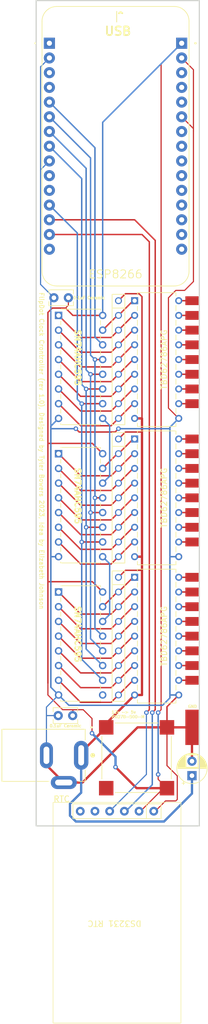
<source format=kicad_pcb>
(kicad_pcb (version 20221018) (generator pcbnew)
  (layers (0 "F.Cu" signal) (31 "B.Cu" signal) (34 "B.Paste" user) (35 "F.Paste" user) (36 "B.SilkS" user "B.Silkscreen") (37 "F.SilkS" user "F.Silkscreen") (38 "B.Mask" user) (39 "F.Mask" user) (44 "Edge.Cuts" user))
  (net 0 "")
  (footprint "" (layer "F.Cu") (at 148.844 96.9645)
    (fp_text reference "")
    (fp_text value "")
  )
  (footprint "" (layer "F.Cu") (at 148.844 115.7605)
    (fp_text reference "")
    (fp_text value "")
  )
  (footprint "Luminator:0.1uF Ceramic" (layer "F.Cu") (at 124.988 67.5005)
    (fp_text reference "REF**" hide)
    (fp_text value "0.1uF Ceramic")
  )
  (footprint "Capacitor_THT:CP_Radial_D5.0mm_P2.50mm" (layer "F.Cu") (at 148.844 150.0105 90)
    (fp_text reference "REF**" hide)
    (fp_text value "CP_Radial_D5.0mm_P2.50mm" hide)
  )
  (footprint "" (layer "F.Cu") (at 148.844 73.0885)
    (fp_text reference "")
    (fp_text value "")
  )
  (footprint "Luminator:2.25x1.5 PAD" (layer "F.Cu") (at 148.844 94.4245)
    (fp_text reference "REF**" hide)
    (fp_text value "2.25x1.5 PAD" hide)
  )
  (footprint "Luminator:2.25x6.1 PAD_1" (layer "F.Cu") (at 148.844 141.6685)
    (fp_text reference "REF**" hide)
    (fp_text value "2.25x6.1 PAD_1" hide)
  )
  (footprint "" (layer "F.Cu") (at 148.844 91.8845)
    (fp_text reference "")
    (fp_text value "")
  )
  (footprint "Luminator:SN74AHC595N" (layer "F.Cu") (at 129.6035 69.596)
    (fp_text reference "REF**" hide)
    (fp_text value "SN74AHC595N" hide)
  )
  (footprint "" (layer "F.Cu") (at 148.844 68.0085)
    (fp_text reference "")
    (fp_text value "")
  )
  (footprint "Luminator:ESP8266" (layer "F.Cu") (at 135.636 41.3385)
    (fp_text reference "REF**" hide)
    (fp_text value "ESP8266")
  )
  (footprint "Luminator:2.25x1.5 PAD" (layer "F.Cu") (at 148.844 118.3005)
    (fp_text reference "REF**" hide)
    (fp_text value "2.25x1.5 PAD" hide)
  )
  (footprint "Luminator:8x10 R Array" (layer "F.Cu") (at 136.144 68.0085)
    (fp_text reference "REF**" hide)
    (fp_text value "8x10k R Array" hide)
  )
  (footprint "Luminator:2.25x1.5 PAD" (layer "F.Cu") (at 148.844 80.7085)
    (fp_text reference "REF**" hide)
    (fp_text value "2.25x1.5 PAD" hide)
  )
  (footprint "Luminator:2.25x1.5 PAD" (layer "F.Cu") (at 148.844 128.4605)
    (fp_text reference "REF**" hide)
    (fp_text value "2.25x1.5 PAD" hide)
  )
  (footprint "" (layer "F.Cu") (at 148.844 120.8405)
    (fp_text reference "")
    (fp_text value "")
  )
  (footprint "Luminator:CUI_PJ-002A" (layer "F.Cu") (at 129.698 146.4945 180)
    (fp_text reference "REF**" hide)
    (fp_text value "CUI_PJ-002A" hide)
  )
  (footprint "Luminator:2.25x1.5 PAD" (layer "F.Cu") (at 148.844 109.6645)
    (fp_text reference "REF**" hide)
    (fp_text value "2.25x1.5 PAD" hide)
  )
  (footprint "Luminator:2.25x1.5 PAD" (layer "F.Cu") (at 148.844 99.5045)
    (fp_text reference "REF**" hide)
    (fp_text value "2.25x1.5 PAD" hide)
  )
  (footprint "" (layer "F.Cu") (at 148.844 125.9205)
    (fp_text reference "")
    (fp_text value "")
  )
  (footprint "" (layer "F.Cu") (at 148.844 85.7885)
    (fp_text reference "")
    (fp_text value "")
  )
  (footprint "" (layer "F.Cu") (at 148.844 102.0445)
    (fp_text reference "")
    (fp_text value "")
  )
  (footprint "Luminator:8x10 R Array" (layer "F.Cu") (at 136.144 115.7605)
    (fp_text reference "REF**" hide)
    (fp_text value "8x10k R Array" hide)
  )
  (footprint "Luminator:TBD62786APG" (layer "F.Cu") (at 138.938 115.7605)
    (fp_text reference "REF**" hide)
    (fp_text value "TBD62786APG")
  )
  (footprint "Luminator:2.25x1.5 PAD" (layer "F.Cu") (at 148.844 104.5845)
    (fp_text reference "REF**" hide)
    (fp_text value "2.25x1.5 PAD" hide)
  )
  (footprint "Luminator:SN74AHC595N" (layer "F.Cu") (at 129.6035 117.348)
    (fp_text reference "REF**" hide)
    (fp_text value "SN74AHC595N" hide)
  )
  (footprint "" (layer "F.Cu") (at 148.844 83.2485)
    (fp_text reference "")
    (fp_text value "")
  )
  (footprint "" (layer "F.Cu") (at 148.844 75.6285)
    (fp_text reference "")
    (fp_text value "")
  )
  (footprint "Luminator:2.25x1.5 PAD" (layer "F.Cu") (at 148.844 133.5405)
    (fp_text reference "REF**" hide)
    (fp_text value "2.25x1.5 PAD" hide)
  )
  (footprint "" (layer "F.Cu") (at 148.844 131.0005)
    (fp_text reference "")
    (fp_text value "")
  )
  (footprint "Luminator:DS3231 RTC" (layer "F.Cu") (at 135.89 156.1465 180)
    (fp_text reference "REF**" hide)
    (fp_text value "DS3231 RTC")
  )
  (footprint "Luminator:0.1uF Ceramic" (layer "F.Cu") (at 125.73 139.6365)
    (fp_text reference "REF**" hide)
    (fp_text value "0.1uF Ceramic")
  )
  (footprint "Luminator:SN74AHC595N" (layer "F.Cu") (at 129.6035 93.472)
    (fp_text reference "REF**" hide)
    (fp_text value "SN74AHC595N" hide)
  )
  (footprint "" (layer "F.Cu") (at 148.844 107.1245)
    (fp_text reference "")
    (fp_text value "")
  )
  (footprint "Luminator:TBD62786APG" (layer "F.Cu") (at 138.938 91.8845)
    (fp_text reference "REF**" hide)
    (fp_text value "TBD62786APG")
  )
  (footprint "" (layer "F.Cu") (at 148.844 78.1685)
    (fp_text reference "")
    (fp_text value "")
  )
  (footprint "Luminator:CONV_PXO7805-500-M-TR" (layer "F.Cu") (at 139.276 146.9185)
    (fp_text reference "REF**" hide)
    (fp_text value "CONV_PXO7805-500-M-TR" hide)
  )
  (footprint "Luminator:8x10 R Array" (layer "F.Cu") (at 136.144 91.8845)
    (fp_text reference "REF**" hide)
    (fp_text value "8x10k R Array" hide)
  )
  (footprint "Luminator:2.25x1.5 PAD" (layer "F.Cu") (at 148.844 70.5485)
    (fp_text reference "REF**" hide)
    (fp_text value "2.25x1.5 PAD" hide)
  )
  (footprint "Luminator:TBD62786APG" (layer "F.Cu") (at 138.938 68.0085)
    (fp_text reference "REF**" hide)
    (fp_text value "TBD62786APG")
  )
  (footprint "" (layer "F.Cu") (at 148.844 123.3805)
    (fp_text reference "")
    (fp_text value "")
  )
  (gr_line (start 135.8392 18.0594) (end 135.8392 19.8882) (stroke (width 0.15)) (layer "F.SilkS"))
  (gr_rect (start 121.92 16.1925) (end 150.114 158.6865) (stroke (width 0.2)) (fill none) (layer "Edge.Cuts"))
  (gr_text "12v -> 5v\nPXO78-500-M " (at 134.874 140.1445) (layer "F.SilkS") (effects (font (size 0.5 0.5) (thickness 0.125) bold) (justify left bottom)))
  (gr_text "SN74AHC595" (at 128.524 120.5865 270) (layer "F.SilkS") (effects (font (size 1 1) (thickness 0.25) bold) (justify left bottom)))
  (gr_text "GND" (at 148.082 138.3665) (layer "F.SilkS") (effects (font (size 0.5 0.5) (thickness 0.125)) (justify left bottom)))
  (gr_text "SN74AHC595" (at 128.524 72.8345 270) (layer "F.SilkS") (effects (font (size 1 1) (thickness 0.25) bold) (justify left bottom)))
  (gr_text "RTC" (at 124.841 154.6225) (layer "F.SilkS") (effects (font (size 1 1)) (justify left bottom)))
  (gr_text "SN74AHC595" (at 128.524 96.7105 270) (layer "F.SilkS") (effects (font (size 1 1) (thickness 0.25) bold) (justify left bottom)))
  (gr_text "FlipDot Clock Crontroller (rev 1.0), Designed by Tyler Bowers 2023, Idea by Elizabeth Johnson " (at 122.428 66.4845 270) (layer "F.SilkS") (effects (font (size 0.75 0.75)) (justify left bottom)))
  (gr_text "  ^\nUSB" (at 133.604 22.352) (layer "F.SilkS") (effects (font (size 1.5 1.5) (thickness 0.3) bold) (justify left bottom)))
  (segment (start 139.446 141.6685) (end 144.526 141.6685) (width 0.4) (layer "F.Cu") (net 0))
  (segment (start 138.684 102.0445) (end 138.938 102.0445) (width 0.25) (layer "F.Cu") (net 0))
  (segment (start 133.25475 78.1685) (end 132.08 78.1685) (width 0.25) (layer "F.Cu") (net 0))
  (segment (start 148.844 73.0885) (end 146.558 73.0885) (width 0.25) (layer "F.Cu") (net 0))
  (segment (start 134.874 132.2705) (end 136.144 131.0005) (width 0.25) (layer "F.Cu") (net 0))
  (segment (start 149.098 64.7065) (end 149.098 38.7985) (width 0.2) (layer "F.Cu") (net 0))
  (segment (start 129.92 151.1945) (end 139.446 141.6685) (width 0.4) (layer "F.Cu") (net 0))
  (segment (start 131.572 140.1445) (end 131.572 142.6845) (width 0.2) (layer "F.Cu") (net 0))
  (segment (start 129.6035 98.2345) (end 134.874 98.2345) (width 0.25) (layer "F.Cu") (net 0))
  (segment (start 138.684 107.1245) (end 138.938 107.1245) (width 0.25) (layer "F.Cu") (net 0))
  (segment (start 130.556 107.1245) (end 133.4135 107.1245) (width 0.25) (layer "F.Cu") (net 0))
  (segment (start 138.938 136.0805) (end 134.026 140.9925) (width 0.4) (layer "F.Cu") (net 0))
  (segment (start 129.6035 122.1105) (end 134.874 122.1105) (width 0.25) (layer "F.Cu") (net 0))
  (segment (start 148.844 96.9645) (end 146.558 96.9645) (width 0.25) (layer "F.Cu") (net 0))
  (segment (start 125.7935 96.9645) (end 129.6035 100.7745) (width 0.25) (layer "F.Cu") (net 0))
  (segment (start 125.7935 99.5045) (end 129.6035 103.3145) (width 0.25) (layer "F.Cu") (net 0))
  (segment (start 136.144 96.9645) (end 138.684 94.4245) (width 0.25) (layer "F.Cu") (net 0))
  (segment (start 125.7935 107.1245) (end 129.6035 110.9345) (width 0.25) (layer "F.Cu") (net 0))
  (segment (start 125.7935 104.5845) (end 129.6035 108.3945) (width 0.25) (layer "F.Cu") (net 0))
  (segment (start 123.952 136.0805) (end 126.492 138.6205) (width 0.2) (layer "F.Cu") (net 0))
  (segment (start 126.698 151.1945) (end 129.92 151.1945) (width 0.4) (layer "F.Cu") (net 0))
  (segment (start 148.844 94.4245) (end 146.558 94.4245) (width 0.25) (layer "F.Cu") (net 0))
  (segment (start 136.144 99.5045) (end 138.684 96.9645) (width 0.25) (layer "F.Cu") (net 0))
  (segment (start 134.874 81.9785) (end 136.144 80.7085) (width 0.25) (layer "F.Cu") (net 0))
  (segment (start 129.6035 105.8545) (end 134.874 105.8545) (width 0.25) (layer "F.Cu") (net 0))
  (segment (start 134.874 129.7305) (end 136.144 128.4605) (width 0.25) (layer "F.Cu") (net 0))
  (segment (start 123.952 116.5225) (end 123.952 134.0485) (width 0.25) (layer "F.Cu") (net 0))
  (segment (start 125.7935 128.4605) (end 129.6035 132.2705) (width 0.25) (layer "F.Cu") (net 0))
  (segment (start 148.844 118.3005) (end 146.558 118.3005) (width 0.25) (layer "F.Cu") (net 0))
  (segment (start 134.874 98.2345) (end 136.144 96.9645) (width 0.25) (layer "F.Cu") (net 0))
  (segment (start 133.4135 109.6645) (end 129.794 109.6645) (width 0.25) (layer "F.Cu") (net 0))
  (segment (start 136.144 120.8405) (end 138.684 118.3005) (width 0.25) (layer "F.Cu") (net 0))
  (segment (start 144.526 148.2725) (end 144.526 141.6685) (width 0.2) (layer "F.Cu") (net 0))
  (segment (start 136.144 78.1685) (end 138.684 75.6285) (width 0.25) (layer "F.Cu") (net 0))
  (segment (start 140.208 67.31) (end 140.208 89.154) (width 0.25) (layer "F.Cu") (net 0))
  (segment (start 127 69.2785) (end 127.488 68.7905) (width 0.2) (layer "F.Cu") (net 0))
  (segment (start 125.7935 70.5485) (end 129.6035 74.3585) (width 0.25) (layer "F.Cu") (net 0))
  (segment (start 136.144 125.9205) (end 138.684 123.3805) (width 0.25) (layer "F.Cu") (net 0))
  (segment (start 143.002 149.7965) (end 143.002 150.6445) (width 0.2) (layer "F.Cu") (net 0))
  (segment (start 133.4135 73.0885) (end 135.9535 70.5485) (width 0.25) (layer "F.Cu") (net 0))
  (segment (start 138.684 96.9645) (end 138.938 96.9645) (width 0.25) (layer "F.Cu") (net 0))
  (segment (start 139.278 152.1685) (end 135.636 148.5265) (width 0.4) (layer "F.Cu") (net 0))
  (segment (start 144.526 141.6685) (end 148.844 141.6685) (width 0.4) (layer "F.Cu") (net 0))
  (segment (start 136.144 123.3805) (end 138.684 120.8405) (width 0.25) (layer "F.Cu") (net 0))
  (segment (start 125.7935 131.0005) (end 129.6035 134.8105) (width 0.25) (layer "F.Cu") (net 0))
  (segment (start 129.6035 79.4385) (end 134.874 79.4385) (width 0.25) (layer "F.Cu") (net 0))
  (segment (start 138.684 104.5845) (end 138.938 104.5845) (width 0.25) (layer "F.Cu") (net 0))
  (segment (start 134.874 110.9345) (end 136.144 109.6645) (width 0.25) (layer "F.Cu") (net 0))
  (segment (start 148.844 91.8845) (end 146.558 91.8845) (width 0.25) (layer "F.Cu") (net 0))
  (segment (start 141.478 138.6205) (end 141.478 57.8485) (width 0.25) (layer "F.Cu") (net 0))
  (segment (start 125.7935 85.7885) (end 129.6035 89.5985) (width 0.25) (layer "F.Cu") (net 0))
  (segment (start 134.874 84.5185) (end 136.144 83.2485) (width 0.25) (layer "F.Cu") (net 0))
  (segment (start 134.874 103.3145) (end 136.144 102.0445) (width 0.25) (layer "F.Cu") (net 0))
  (segment (start 125.7935 123.3805) (end 129.6035 127.1905) (width 0.25) (layer "F.Cu") (net 0))
  (segment (start 137.3505 90.678) (end 140.208 90.678) (width 0.25) (layer "F.Cu") (net 0))
  (segment (start 125.7935 120.8405) (end 129.6035 124.6505) (width 0.25) (layer "F.Cu") (net 0))
  (segment (start 133.4135 70.5485) (end 128.27 70.5485) (width 0.25) (layer "F.Cu") (net 0))
  (segment (start 129.6035 81.9785) (end 134.874 81.9785) (width 0.25) (layer "F.Cu") (net 0))
  (segment (start 138.684 131.0005) (end 138.938 131.0005) (width 0.25) (layer "F.Cu") (net 0))
  (segment (start 135.9535 70.5485) (end 136.144 70.5485) (width 0.25) (layer "F.Cu") (net 0))
  (segment (start 142.494 138.6205) (end 142.494 57.5945) (width 0.25) (layer "F.Cu") (net 0))
  (segment (start 135.9535 115.7605) (end 136.144 115.7605) (width 0.25) (layer "F.Cu") (net 0))
  (segment (start 148.844 131.0005) (end 146.558 131.0005) (width 0.25) (layer "F.Cu") (net 0))
  (segment (start 129.6035 132.2705) (end 134.874 132.2705) (width 0.25) (layer "F.Cu") (net 0))
  (segment (start 144.78 86.5505) (end 144.78 67.5005) (width 0.2) (layer "F.Cu") (net 0))
  (segment (start 144.526 138.1125) (end 146.558 136.0805) (width 0.25) (layer "F.Cu") (net 0))
  (segment (start 138.684 83.2485) (end 138.938 83.2485) (width 0.25) (layer "F.Cu") (net 0))
  (segment (start 129.6035 100.7745) (end 134.874 100.7745) (width 0.25) (layer "F.Cu") (net 0))
  (segment (start 133.25475 85.7885) (end 129.88925 85.7885) (width 0.25) (layer "F.Cu") (net 0))
  (segment (start 123.952 116.5225) (end 123.952 92.6465) (width 0.25) (layer "F.Cu") (net 0))
  (segment (start 148.844 83.2485) (end 146.558 83.2485) (width 0.25) (layer "F.Cu") (net 0))
  (segment (start 137.3505 114.554) (end 140.208 114.554) (width 0.25) (layer "F.Cu") (net 0))
  (segment (start 136.144 112.2045) (end 138.684 109.6645) (width 0.25) (layer "F.Cu") (net 0))
  (segment (start 148.844 68.0085) (end 146.558 68.0085) (width 0.25) (layer "F.Cu") (net 0))
  (segment (start 138.684 75.6285) (end 138.938 75.6285) (width 0.25) (layer "F.Cu") (net 0))
  (segment (start 144.78 67.5005) (end 146.05 66.2305) (width 0.2) (layer "F.Cu") (net 0))
  (segment (start 136.144 90.1065) (end 135.5725 90.678) (width 0.25) (layer "F.Cu") (net 0))
  (segment (start 135.9535 118.3005) (end 136.144 118.3005) (width 0.25) (layer "F.Cu") (net 0))
  (segment (start 148.844 85.7885) (end 146.558 85.7885) (width 0.25) (layer "F.Cu") (net 0))
  (segment (start 125.7935 102.0445) (end 129.6035 105.8545) (width 0.25) (layer "F.Cu") (net 0))
  (segment (start 134.026 140.9925) (end 134.026 141.6685) (width 0.4) (layer "F.Cu") (net 0))
  (segment (start 129.6035 134.8105) (end 134.874 134.8105) (width 0.25) (layer "F.Cu") (net 0))
  (segment (start 149.098 38.2905) (end 149.098 38.7985) (width 0.2) (layer "F.Cu") (net 0))
  (segment (start 138.684 80.7085) (end 138.938 80.7085) (width 0.25) (layer "F.Cu") (net 0))
  (segment (start 134.874 113.4745) (end 136.144 112.2045) (width 0.25) (layer "F.Cu") (net 0))
  (segment (start 133.4135 94.4245) (end 131.6355 92.6465) (width 0.25) (layer "F.Cu") (net 0))
  (segment (start 136.144 83.2485) (end 138.684 80.7085) (width 0.25) (layer "F.Cu") (net 0))
  (segment (start 146.304 154.1145) (end 146.304 150.0505) (width 0.2) (layer "F.Cu") (net 0))
  (segment (start 129.6035 137.3505) (end 134.874 137.3505) (width 0.25) (layer "F.Cu") (net 0))
  (segment (start 147.574 66.2305) (end 149.098 64.7065) (width 0.2) (layer "F.Cu") (net 0))
  (segment (start 138.684 133.5405) (end 138.938 133.5405) (width 0.25) (layer "F.Cu") (net 0))
  (segment (start 134.874 79.4385) (end 136.144 78.1685) (width 0.25) (layer "F.Cu") (net 0))
  (segment (start 130.048 138.6205) (end 131.572 140.1445) (width 0.2) (layer "F.Cu") (net 0))
  (segment (start 148.844 123.3805) (end 146.558 123.3805) (width 0.25) (layer "F.Cu") (net 0))
  (segment (start 141.986 156.6545) (end 144.272 154.3685) (width 0.2) (layer "F.Cu") (net 0))
  (segment (start 136.144 73.0885) (end 138.684 70.5485) (width 0.25) (layer "F.Cu") (net 0))
  (segment (start 140.208 90.678) (end 140.208 89.154) (width 0.4) (layer "F.Cu") (net 0))
  (segment (start 135.5725 90.678) (end 129.3495 90.678) (width 0.25) (layer "F.Cu") (net 0))
  (segment (start 126.492 138.6205) (end 128.27 138.6205) (width 0.2) (layer "F.Cu") (net 0))
  (segment (start 143.51 138.6205) (end 143.51 27.1145) (width 0.2) (layer "F.Cu") (net 0))
  (segment (start 136.144 70.5485) (end 138.684 68.0085) (width 0.25) (layer "F.Cu") (net 0))
  (segment (start 129.6035 74.3585) (end 134.874 74.3585) (width 0.25) (layer "F.Cu") (net 0))
  (segment (start 144.526 152.1685) (end 139.278 152.1685) (width 0.4) (layer "F.Cu") (net 0))
  (segment (start 128.27 70.5485) (end 127 69.2785) (width 0.25) (layer "F.Cu") (net 0))
  (segment (start 125.7935 94.4245) (end 129.6035 98.2345) (width 0.25) (layer "F.Cu") (net 0))
  (segment (start 148.844 80.7085) (end 146.558 80.7085) (width 0.25) (layer "F.Cu") (net 0))
  (segment (start 148.844 78.1685) (end 146.558 78.1685) (width 0.25) (layer "F.Cu") (net 0))
  (segment (start 138.684 70.5485) (end 138.938 70.5485) (width 0.25) (layer "F.Cu") (net 0))
  (segment (start 129.6035 113.4745) (end 134.874 113.4745) (width 0.25) (layer "F.Cu") (net 0))
  (segment (start 134.874 76.8985) (end 136.144 75.6285) (width 0.25) (layer "F.Cu") (net 0))
  (segment (start 136.144 80.7085) (end 138.684 78.1685) (width 0.25) (layer "F.Cu") (net 0))
  (segment (start 144.526 141.6685) (end 144.526 138.1125) (width 0.25) (layer "F.Cu") (net 0))
  (segment (start 134.874 134.8105) (end 136.144 133.5405) (width 0.25) (layer "F.Cu") (net 0))
  (segment (start 138.684 125.9205) (end 138.938 125.9205) (width 0.25) (layer "F.Cu") (net 0))
  (segment (start 138.684 109.6645) (end 138.938 109.6645) (width 0.25) (layer "F.Cu") (net 0))
  (segment (start 148.844 128.4605) (end 146.558 128.4605) (width 0.25) (layer "F.Cu") (net 0))
  (segment (start 125.7935 118.3005) (end 129.6035 122.1105) (width 0.25) (layer "F.Cu") (net 0))
  (segment (start 133.25475 83.2485) (end 130.556 83.2485) (width 0.25) (layer "F.Cu") (net 0))
  (segment (start 140.208 136.0805) (end 140.208 114.554) (width 0.4) (layer "F.Cu") (net 0))
  (segment (start 129.88925 85.7885) (end 129.794 85.7885) (width 0.25) (layer "F.Cu") (net 0))
  (segment (start 129.88925 85.7885) (end 129.88925 85.7885) (width 0.25) (layer "F.Cu") (net 0))
  (segment (start 125.7935 78.1685) (end 129.6035 81.9785) (width 0.25) (layer "F.Cu") (net 0))
  (segment (start 125.7935 133.5405) (end 129.6035 137.3505) (width 0.25) (layer "F.Cu") (net 0))
  (segment (start 138.684 73.0885) (end 138.938 73.0885) (width 0.25) (layer "F.Cu") (net 0))
  (segment (start 134.874 89.5985) (end 136.144 88.3285) (width 0.25) (layer "F.Cu") (net 0))
  (segment (start 133.4135 96.9645) (end 135.9535 94.4245) (width 0.25) (layer "F.Cu") (net 0))
  (segment (start 146.304 150.0505) (end 144.526 148.2725) (width 0.2) (layer "F.Cu") (net 0))
  (segment (start 134.874 108.3945) (end 136.144 107.1245) (width 0.25) (layer "F.Cu") (net 0))
  (segment (start 136.144 109.6645) (end 138.684 107.1245) (width 0.25) (layer "F.Cu") (net 0))
  (segment (start 134.874 127.1905) (end 136.144 125.9205) (width 0.25) (layer "F.Cu") (net 0))
  (segment (start 129.6035 110.9345) (end 134.874 110.9345) (width 0.25) (layer "F.Cu") (net 0))
  (segment (start 129.6035 84.5185) (end 134.874 84.5185) (width 0.25) (layer "F.Cu") (net 0))
  (segment (start 125.7935 83.2485) (end 129.6035 87.0585) (width 0.25) (layer "F.Cu") (net 0))
  (segment (start 133.4135 118.3005) (end 131.6355 116.5225) (width 0.25) (layer "F.Cu") (net 0))
  (segment (start 147.066 36.2585) (end 149.098 38.2905) (width 0.2) (layer "F.Cu") (net 0))
  (segment (start 134.874 105.8545) (end 136.144 104.5845) (width 0.25) (layer "F.Cu") (net 0))
  (segment (start 140.208 112.2045) (end 140.208 90.678) (width 0.4) (layer "F.Cu") (net 0))
  (segment (start 142.494 57.5945) (end 138.938 54.0385) (width 0.25) (layer "F.Cu") (net 0))
  (segment (start 148.844 125.9205) (end 146.558 125.9205) (width 0.25) (layer "F.Cu") (net 0))
  (segment (start 135.9535 91.8845) (end 136.144 91.8845) (width 0.25) (layer "F.Cu") (net 0))
  (segment (start 135.9535 94.4245) (end 136.144 94.4245) (width 0.25) (layer "F.Cu") (net 0))
  (segment (start 134.874 100.7745) (end 136.144 99.5045) (width 0.25) (layer "F.Cu") (net 0))
  (segment (start 138.938 88.3285) (end 140.208 88.3285) (width 0.4) (layer "F.Cu") (net 0))
  (segment (start 141.986 139.1285) (end 142.494 138.6205) (width 0.25) (layer "F.Cu") (net 0))
  (segment (start 136.144 131.0005) (end 138.684 128.4605) (width 0.25) (layer "F.Cu") (net 0))
  (segment (start 148.844 104.5845) (end 146.558 104.5845) (width 0.25) (layer "F.Cu") (net 0))
  (segment (start 136.144 115.7605) (end 137.3505 114.554) (width 0.25) (layer "F.Cu") (net 0))
  (segment (start 138.684 115.7605) (end 138.938 115.7605) (width 0.25) (layer "F.Cu") (net 0))
  (segment (start 129.794 85.7885) (end 129.794 85.69325) (width 0.25) (layer "F.Cu") (net 0))
  (segment (start 129.6035 87.0585) (end 134.874 87.0585) (width 0.25) (layer "F.Cu") (net 0))
  (segment (start 133.4135 104.5845) (end 131.318 104.5845) (width 0.25) (layer "F.Cu") (net 0))
  (segment (start 140.208 114.554) (end 140.208 112.2045) (width 0.4) (layer "F.Cu") (net 0))
  (segment (start 128.27 138.6205) (end 128.27 139.5965) (width 0.2) (layer "F.Cu") (net 0))
  (segment (start 137.3505 66.802) (end 139.7 66.802) (width 0.25) (layer "F.Cu") (net 0))
  (segment (start 143.51 27.1145) (end 147.066 23.5585) (width 0.2) (layer "F.Cu") (net 0))
  (segment (start 133.4135 120.8405) (end 135.9535 118.3005) (width 0.25) (layer "F.Cu") (net 0))
  (segment (start 138.684 99.5045) (end 138.938 99.5045) (width 0.25) (layer "F.Cu") (net 0))
  (segment (start 125.7935 125.9205) (end 129.6035 129.7305) (width 0.25) (layer "F.Cu") (net 0))
  (segment (start 140.97 139.1285) (end 141.478 138.6205) (width 0.25) (layer "F.Cu") (net 0))
  (segment (start 123.698 148.1945) (end 126.698 151.1945) (width 0.4) (layer "F.Cu") (net 0))
  (segment (start 125.7935 73.0885) (end 129.6035 76.8985) (width 0.25) (layer "F.Cu") (net 0))
  (segment (start 143.002 139.1285) (end 143.51 138.6205) (width 0.2) (layer "F.Cu") (net 0))
  (segment (start 136.144 118.3005) (end 138.684 115.7605) (width 0.25) (layer "F.Cu") (net 0))
  (segment (start 134.874 124.6505) (end 136.144 123.3805) (width 0.25) (layer "F.Cu") (net 0))
  (segment (start 138.684 128.4605) (end 138.938 128.4605) (width 0.25) (layer "F.Cu") (net 0))
  (segment (start 148.844 115.7605) (end 146.558 115.7605) (width 0.25) (layer "F.Cu") (net 0))
  (segment (start 136.144 88.3285) (end 138.684 85.7885) (width 0.25) (layer "F.Cu") (net 0))
  (segment (start 143.932 152.1685) (end 144.526 152.1685) (width 0.2) (layer "F.Cu") (net 0))
  (segment (start 149.098 28.1305) (end 147.066 26.0985) (width 0.2) (layer "F.Cu") (net 0))
  (segment (start 129.698 145.9965) (end 129.698 146.4945) (width 0.4) (layer "F.Cu") (net 0))
  (segment (start 138.684 85.7885) (end 138.938 85.7885) (width 0.25) (layer "F.Cu") (net 0))
  (segment (start 146.05 154.3685) (end 146.304 154.1145) (width 0.2) (layer "F.Cu") (net 0))
  (segment (start 139.7 66.802) (end 140.208 67.31) (width 0.25) (layer "F.Cu") (net 0))
  (segment (start 141.478 57.8485) (end 140.208 56.5785) (width 0.25) (layer "F.Cu") (net 0))
  (segment (start 148.844 107.1245) (end 146.558 107.1245) (width 0.25) (layer "F.Cu") (net 0))
  (segment (start 148.844 99.5045) (end 146.558 99.5045) (width 0.25) (layer "F.Cu") (net 0))
  (segment (start 146.558 88.3285) (end 144.78 86.5505) (width 0.2) (layer "F.Cu") (net 0))
  (segment (start 136.144 85.7885) (end 138.684 83.2485) (width 0.25) (layer "F.Cu") (net 0))
  (segment (start 136.144 107.1245) (end 138.684 104.5845) (width 0.25) (layer "F.Cu") (net 0))
  (segment (start 132.08 102.0445) (end 133.4135 102.0445) (width 0.25) (layer "F.Cu") (net 0))
  (segment (start 129.3495 90.678) (end 128.778 90.1065) (width 0.25) (layer "F.Cu") (net 0))
  (segment (start 125.7935 109.6645) (end 129.6035 113.4745) (width 0.25) (layer "F.Cu") (net 0))
  (segment (start 148.844 70.5485) (end 146.558 70.5485) (width 0.25) (layer "F.Cu") (net 0))
  (segment (start 127.488 68.7905) (end 127.488 67.5005) (width 0.2) (layer "F.Cu") (net 0))
  (segment (start 123.698 146.4945) (end 123.698 148.1945) (width 0.4) (layer "F.Cu") (net 0))
  (segment (start 138.684 94.4245) (end 138.938 94.4245) (width 0.25) (layer "F.Cu") (net 0))
  (segment (start 124.714 69.2785) (end 123.952 70.0405) (width 0.25) (layer "F.Cu") (net 0))
  (segment (start 138.938 136.0805) (end 140.208 136.0805) (width 0.4) (layer "F.Cu") (net 0))
  (segment (start 136.144 133.5405) (end 138.684 131.0005) (width 0.25) (layer "F.Cu") (net 0))
  (segment (start 148.844 133.5405) (end 146.558 133.5405) (width 0.25) (layer "F.Cu") (net 0))
  (segment (start 138.684 118.3005) (end 138.938 118.3005) (width 0.25) (layer "F.Cu") (net 0))
  (segment (start 148.844 147.5105) (end 148.844 141.6685) (width 0.4) (layer "F.Cu") (net 0))
  (segment (start 140.208 89.154) (end 140.208 88.3285) (width 0.4) (layer "F.Cu") (net 0))
  (segment (start 123.952 134.0485) (end 123.952 136.0805) (width 0.2) (layer "F.Cu") (net 0))
  (segment (start 140.208 112.2045) (end 138.938 112.2045) (width 0.4) (layer "F.Cu") (net 0))
  (segment (start 136.144 128.4605) (end 138.684 125.9205) (width 0.25) (layer "F.Cu") (net 0))
  (segment (start 148.844 75.6285) (end 146.558 75.6285) (width 0.25) (layer "F.Cu") (net 0))
  (segment (start 129.6035 89.5985) (end 134.874 89.5985) (width 0.25) (layer "F.Cu") (net 0))
  (segment (start 138.684 120.8405) (end 138.938 120.8405) (width 0.25) (layer "F.Cu") (net 0))
  (segment (start 140.208 56.5785) (end 124.206 56.5785) (width 0.25) (layer "F.Cu") (net 0))
  (segment (start 136.144 102.0445) (end 138.684 99.5045) (width 0.25) (layer "F.Cu") (net 0))
  (segment (start 131.6355 116.5225) (end 123.952 116.5225) (width 0.25) (layer "F.Cu") (net 0))
  (segment (start 125.7935 80.7085) (end 129.6035 84.5185) (width 0.25) (layer "F.Cu") (net 0))
  (segment (start 134.874 122.1105) (end 136.144 120.8405) (width 0.25) (layer "F.Cu") (net 0))
  (segment (start 144.272 154.3685) (end 146.05 154.3685) (width 0.2) (layer "F.Cu") (net 0))
  (segment (start 136.144 68.0085) (end 137.3505 66.802) (width 0.25) (layer "F.Cu") (net 0))
  (segment (start 129.6035 127.1905) (end 134.874 127.1905) (width 0.25) (layer "F.Cu") (net 0))
  (segment (start 129.6035 124.6505) (end 134.874 124.6505) (width 0.25) (layer "F.Cu") (net 0))
  (segment (start 149.098 38.7985) (end 149.098 28.1305) (width 0.2) (layer "F.Cu") (net 0))
  (segment (start 129.6035 108.3945) (end 134.874 108.3945) (width 0.25) (layer "F.Cu") (net 0))
  (segment (start 138.684 78.1685) (end 138.938 78.1685) (width 0.25) (layer "F.Cu") (net 0))
  (segment (start 129.6035 103.3145) (end 134.874 103.3145) (width 0.25) (layer "F.Cu") (net 0))
  (segment (start 143.002 150.6445) (end 144.526 152.1685) (width 0.2) (layer "F.Cu") (net 0))
  (segment (start 129.6035 129.7305) (end 134.874 129.7305) (width 0.25) (layer "F.Cu") (net 0))
  (segment (start 134.874 137.3505) (end 136.144 136.0805) (width 0.25) (layer "F.Cu") (net 0))
  (segment (start 138.938 54.0385) (end 124.206 54.0385) (width 0.25) (layer "F.Cu") (net 0))
  (segment (start 138.684 123.3805) (end 138.938 123.3805) (width 0.25) (layer "F.Cu") (net 0))
  (segment (start 138.684 68.0085) (end 138.938 68.0085) (width 0.25) (layer "F.Cu") (net 0))
  (segment (start 136.144 104.5845) (end 138.684 102.0445) (width 0.25) (layer "F.Cu") (net 0))
  (segment (start 136.144 136.0805) (end 138.684 133.5405) (width 0.25) (layer "F.Cu") (net 0))
  (segment (start 127 69.2785) (end 124.714 69.2785) (width 0.25) (layer "F.Cu") (net 0))
  (segment (start 128.27 138.6205) (end 130.048 138.6205) (width 0.2) (layer "F.Cu") (net 0))
  (segment (start 125.7935 75.6285) (end 129.6035 79.4385) (width 0.25) (layer "F.Cu") (net 0))
  (segment (start 134.026 141.6685) (end 129.698 145.9965) (width 0.4) (layer "F.Cu") (net 0))
  (segment (start 148.844 120.8405) (end 146.558 120.8405) (width 0.25) (layer "F.Cu") (net 0))
  (segment (start 134.874 87.0585) (end 136.144 85.7885) (width 0.25) (layer "F.Cu") (net 0))
  (segment (start 133.25475 80.7085) (end 131.318 80.7085) (width 0.25) (layer "F.Cu") (net 0))
  (segment (start 129.6035 76.8985) (end 134.874 76.8985) (width 0.25) (layer "F.Cu") (net 0))
  (segment (start 146.05 66.2305) (end 147.574 66.2305) (width 0.2) (layer "F.Cu") (net 0))
  (segment (start 139.446 156.6545) (end 143.932 152.1685) (width 0.2) (layer "F.Cu") (net 0))
  (segment (start 131.6355 92.6465) (end 123.952 92.6465) (width 0.25) (layer "F.Cu") (net 0))
  (segment (start 148.844 102.0445) (end 146.558 102.0445) (width 0.25) (layer "F.Cu") (net 0))
  (segment (start 136.144 91.8845) (end 137.3505 90.678) (width 0.25) (layer "F.Cu") (net 0))
  (segment (start 135.9535 68.0085) (end 136.144 68.0085) (width 0.25) (layer "F.Cu") (net 0))
  (segment (start 123.952 70.0405) (end 123.952 92.6465) (width 0.25) (layer "F.Cu") (net 0))
  (segment (start 134.874 74.3585) (end 136.144 73.0885) (width 0.25) (layer "F.Cu") (net 0))
  (segment (start 136.144 94.4245) (end 138.684 91.8845) (width 0.25) (layer "F.Cu") (net 0))
  (segment (start 138.684 91.8845) (end 138.938 91.8845) (width 0.25) (layer "F.Cu") (net 0))
  (segment (start 148.844 109.6645) (end 146.558 109.6645) (width 0.25) (layer "F.Cu") (net 0))
  (segment (start 128.27 139.5965) (end 128.23 139.6365) (width 0.2) (layer "F.Cu") (net 0))
  (segment (start 136.144 75.6285) (end 138.684 73.0885) (width 0.25) (layer "F.Cu") (net 0))
  (via (at 131.572 142.6845) (size 0.8) (drill 0.4) (layers "F.Cu" "B.Cu") (net 0))
  (via (at 143.002 149.7965) (size 0.8) (drill 0.4) (layers "F.Cu" "B.Cu") (net 0))
  (via (at 132.08 102.0445) (size 0.8) (drill 0.4) (layers "F.Cu" "B.Cu") (net 0))
  (via (at 140.97 139.1285) (size 0.8) (drill 0.4) (layers "F.Cu" "B.Cu") (net 0))
  (via (at 131.318 104.5845) (size 0.8) (drill 0.4) (layers "F.Cu" "B.Cu") (net 0))
  (via (at 129.794 85.7885) (size 0.8) (drill 0.4) (layers "F.Cu" "B.Cu") (net 0))
  (via (at 141.986 139.1285) (size 0.8) (drill 0.4) (layers "F.Cu" "B.Cu") (net 0))
  (via (at 135.636 148.5265) (size 0.8) (drill 0.4) (layers "F.Cu" "B.Cu") (net 0))
  (via (at 136.144 90.1065) (size 0.8) (drill 0.4) (layers "F.Cu" "B.Cu") (net 0))
  (via (at 130.556 107.1245) (size 0.8) (drill 0.4) (layers "F.Cu" "B.Cu") (net 0))
  (via (at 130.556 83.2485) (size 0.8) (drill 0.4) (layers "F.Cu" "B.Cu") (net 0))
  (via (at 128.778 90.1065) (size 0.8) (drill 0.4) (layers "F.Cu" "B.Cu") (net 0))
  (via (at 143.002 139.1285) (size 0.8) (drill 0.4) (layers "F.Cu" "B.Cu") (net 0))
  (via (at 131.318 80.7085) (size 0.8) (drill 0.4) (layers "F.Cu" "B.Cu") (net 0))
  (via (at 129.794 109.6645) (size 0.8) (drill 0.4) (layers "F.Cu" "B.Cu") (net 0))
  (via (at 132.08 78.1685) (size 0.8) (drill 0.4) (layers "F.Cu" "B.Cu") (net 0))
  (segment (start 129.032 85.0265) (end 129.794 85.7885) (width 0.25) (layer "B.Cu") (net 0))
  (segment (start 130.556 45.1485) (end 130.556 79.9465) (width 0.25) (layer "B.Cu") (net 0))
  (segment (start 140.97 149.7965) (end 134.62 156.1465) (width 0.2) (layer "B.Cu") (net 0))
  (segment (start 124.206 51.4985) (end 129.032 56.3245) (width 0.25) (layer "B.Cu") (net 0))
  (segment (start 124.46 89.662) (end 124.46 68.0285) (width 0.2) (layer "B.Cu") (net 0))
  (segment (start 135.636 146.7485) (end 131.572 142.6845) (width 0.4) (layer "B.Cu") (net 0))
  (segment (start 141.986 139.1285) (end 141.986 151.5745) (width 0.25) (layer "B.Cu") (net 0))
  (segment (start 144.018 157.9245) (end 148.844 153.0985) (width 0.4) (layer "B.Cu") (net 0))
  (segment (start 122.682 65.1945) (end 124.988 67.5005) (width 0.2) (layer "B.Cu") (net 0))
  (segment (start 133.4135 112.2045) (end 134.62 113.411) (width 0.25) (layer "B.Cu") (net 0))
  (segment (start 146.558 88.3285) (end 145.034 89.8525) (width 0.25) (layer "B.Cu") (net 0))
  (segment (start 122.682 45.466) (end 122.682 65.1945) (width 0.2) (layer "B.Cu") (net 0))
  (segment (start 124.46 116.0145) (end 124.46 123.6345) (width 0.25) (layer "B.Cu") (net 0))
  (segment (start 123.698 138.176) (end 125.7935 136.0805) (width 0.2) (layer "B.Cu") (net 0))
  (segment (start 124.46 68.0285) (end 124.988 67.5005) (width 0.2) (layer "B.Cu") (net 0))
  (segment (start 122.682 27.6225) (end 124.206 26.0985) (width 0.2) (layer "B.Cu") (net 0))
  (segment (start 129.698 152.9405) (end 127.762 154.8765) (width 0.4) (layer "B.Cu") (net 0))
  (segment (start 129.794 46.9265) (end 124.206 41.3385) (width 0.25) (layer "B.Cu") (net 0))
  (segment (start 125.7935 88.3285) (end 124.46 89.662) (width 0.25) (layer "B.Cu") (net 0))
  (segment (start 132.08 102.0445) (end 132.08 124.587) (width 0.25) (layer "B.Cu") (net 0))
  (segment (start 140.97 139.1285) (end 140.97 149.7965) (width 0.2) (layer "B.Cu") (net 0))
  (segment (start 146.558 112.2045) (end 145.034 112.2045) (width 0.25) (layer "B.Cu") (net 0))
  (segment (start 131.318 104.5845) (end 131.318 80.7085) (width 0.25) (layer "B.Cu") (net 0))
  (segment (start 132.08 124.587) (end 133.4135 125.9205) (width 0.25) (layer "B.Cu") (net 0))
  (segment (start 129.698 146.4945) (end 129.698 152.9405) (width 0.4) (layer "B.Cu") (net 0))
  (segment (start 129.794 85.7885) (end 129.794 109.6645) (width 0.25) (layer "B.Cu") (net 0))
  (segment (start 124.206 43.8785) (end 122.682 45.4025) (width 0.2) (layer "B.Cu") (net 0))
  (segment (start 148.844 153.0985) (end 148.844 150.0105) (width 0.4) (layer "B.Cu") (net 0))
  (segment (start 131.318 126.365) (end 131.318 104.5845) (width 0.25) (layer "B.Cu") (net 0))
  (segment (start 124.206 38.7985) (end 130.556 45.1485) (width 0.25) (layer "B.Cu") (net 0))
  (segment (start 146.558 136.0805) (end 145.034 136.0805) (width 0.25) (layer "B.Cu") (net 0))
  (segment (start 130.556 79.9465) (end 131.318 80.7085) (width 0.25) (layer "B.Cu") (net 0))
  (segment (start 131.318 77.4065) (end 131.318 43.3705) (width 0.25) (layer "B.Cu") (net 0))
  (segment (start 133.4135 37.211) (end 147.066 23.5585) (width 0.25) (layer "B.Cu") (net 0))
  (segment (start 129.032 56.3245) (end 129.032 85.0265) (width 0.25) (layer "B.Cu") (net 0))
  (segment (start 141.986 139.1285) (end 142.24 139.1285) (width 0.2) (layer "B.Cu") (net 0))
  (segment (start 130.556 83.2485) (end 129.794 82.4865) (width 0.25) (layer "B.Cu") (net 0))
  (segment (start 127.762 154.8765) (end 127.762 156.9085) (width 0.4) (layer "B.Cu") (net 0))
  (segment (start 134.62 98.298) (end 133.4135 99.5045) (width 0.25) (layer "B.Cu") (net 0))
  (segment (start 132.08 41.5925) (end 132.08 68.5165) (width 0.25) (layer "B.Cu") (net 0))
  (segment (start 124.46 90.1065) (end 124.46 112.2045) (width 0.25) (layer "B.Cu") (net 0))
  (segment (start 143.764 137.8585) (end 127.5715 137.8585) (width 0.25) (layer "B.Cu") (net 0))
  (segment (start 133.4135 128.4605) (end 131.318 126.365) (width 0.25) (layer "B.Cu") (net 0))
  (segment (start 124.206 33.7185) (end 132.08 41.5925) (width 0.25) (layer "B.Cu") (net 0))
  (segment (start 145.034 136.0805) (end 145.034 136.5885) (width 0.25) (layer "B.Cu") (net 0))
  (segment (start 122.682 45.4025) (end 122.682 45.466) (width 0.2) (layer "B.Cu") (net 0))
  (segment (start 143.764 137.8585) (end 145.034 136.5885) (width 0.25) (layer "B.Cu") (net 0))
  (segment (start 129.794 82.4865) (end 129.794 46.9265) (width 0.25) (layer "B.Cu") (net 0))
  (segment (start 123.698 146.4945) (end 123.698 139.6365) (width 0.2) (layer "B.Cu") (net 0))
  (segment (start 143.002 139.1285) (end 143.002 149.7965) (width 0.25) (layer "B.Cu") (net 0))
  (segment (start 124.46 89.662) (end 124.46 90.1065) (width 0.25) (layer "B.Cu") (net 0))
  (segment (start 125.7935 112.2045) (end 124.46 112.2045) (width 0.25) (layer "B.Cu") (net 0))
  (segment (start 132.08 78.1685) (end 131.318 77.4065) (width 0.25) (layer "B.Cu") (net 0))
  (segment (start 122.682 45.466) (end 122.682 27.6225) (width 0.2) (layer "B.Cu") (net 0))
  (segment (start 123.698 139.6365) (end 123.698 138.176) (width 0.2) (layer "B.Cu") (net 0))
  (segment (start 145.034 90.1065) (end 145.034 112.2045) (width 0.25) (layer "B.Cu") (net 0))
  (segment (start 132.08 78.1685) (end 132.08 102.0445) (width 0.25) (layer "B.Cu") (net 0))
  (segment (start 124.46 123.6345) (end 124.46 127.1905) (width 0.25) (layer "B.Cu") (net 0))
  (segment (start 130.556 83.2485) (end 130.556 107.1245) (width 0.25) (layer "B.Cu") (net 0))
  (segment (start 134.62 122.174) (end 133.4135 123.3805) (width 0.25) (layer "B.Cu") (net 0))
  (segment (start 123.698 139.6365) (end 125.73 139.6365) (width 0.2) (layer "B.Cu") (net 0))
  (segment (start 129.794 129.921) (end 133.4135 133.5405) (width 0.25) (layer "B.Cu") (net 0))
  (segment (start 130.556 107.1245) (end 130.556 128.143) (width 0.25) (layer "B.Cu") (net 0))
  (segment (start 135.636 148.5265) (end 135.636 146.7485) (width 0.4) (layer "B.Cu") (net 0))
  (segment (start 134.62 89.535) (end 134.62 98.298) (width 0.25) (layer "B.Cu") (net 0))
  (segment (start 133.4135 88.3285) (end 134.62 89.535) (width 0.25) (layer "B.Cu") (net 0))
  (segment (start 124.46 112.2045) (end 124.46 116.0145) (width 0.25) (layer "B.Cu") (net 0))
  (segment (start 130.556 128.143) (end 133.4135 131.0005) (width 0.25) (layer "B.Cu") (net 0))
  (segment (start 124.46 127.1905) (end 124.46 134.747) (width 0.25) (layer "B.Cu") (net 0))
  (segment (start 128.778 90.1065) (end 124.46 90.1065) (width 0.25) (layer "B.Cu") (net 0))
  (segment (start 131.318 43.3705) (end 124.206 36.2585) (width 0.25) (layer "B.Cu") (net 0))
  (segment (start 129.794 109.6645) (end 129.794 129.921) (width 0.25) (layer "B.Cu") (net 0))
  (segment (start 127.5715 137.8585) (end 125.7935 136.0805) (width 0.25) (layer "B.Cu") (net 0))
  (segment (start 134.62 113.411) (end 134.62 122.174) (width 0.25) (layer "B.Cu") (net 0))
  (segment (start 145.034 89.8525) (end 145.034 90.1065) (width 0.25) (layer "B.Cu") (net 0))
  (segment (start 128.778 157.9245) (end 144.018 157.9245) (width 0.4) (layer "B.Cu") (net 0))
  (segment (start 141.986 151.5745) (end 136.906 156.6545) (width 0.25) (layer "B.Cu") (net 0))
  (segment (start 145.034 90.1065) (end 136.144 90.1065) (width 0.25) (layer "B.Cu") (net 0))
  (segment (start 132.08 68.5165) (end 132.08 74.295) (width 0.25) (layer "B.Cu") (net 0))
  (segment (start 127.762 156.9085) (end 128.778 157.9245) (width 0.4) (layer "B.Cu") (net 0))
  (segment (start 124.46 134.747) (end 125.7935 136.0805) (width 0.25) (layer "B.Cu") (net 0))
  (segment (start 145.034 112.2045) (end 145.034 136.0805) (width 0.25) (layer "B.Cu") (net 0))
  (segment (start 132.08 74.295) (end 133.4135 75.6285) (width 0.25) (layer "B.Cu") (net 0))
  (segment (start 133.4135 70.5485) (end 133.4135 37.211) (width 0.25) (layer "B.Cu") (net 0))
)
</source>
